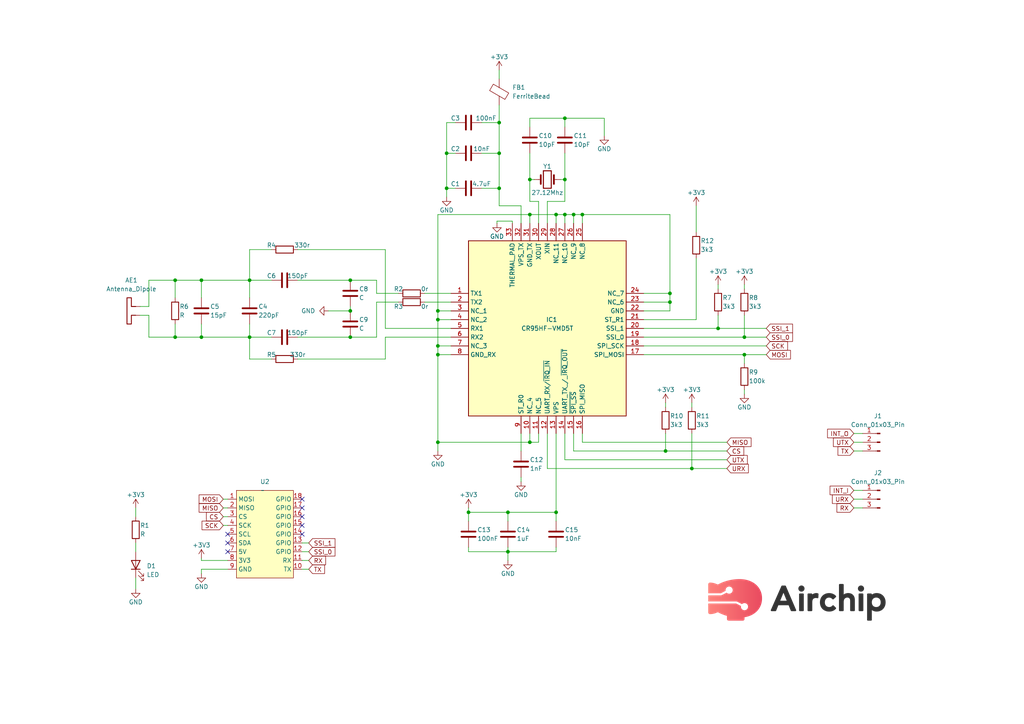
<source format=kicad_sch>
(kicad_sch (version 20231120) (generator "eeschema") (generator_version "8.0")
  (paper "A4")
  (lib_symbols
    (symbol "CR95HF-VMD5T:CR95HF-VMD5T"
      (property "Reference" "IC1" (at 29.21 -16.51 0))
      (property "Value" "CR95HF-VMD5T" (at 27.94 -19.05 0))
      (symbol "CR95HF-VMD5T_1_1"
        (rectangle (start 5.08 5.08) (end 50.8 -45.72) (stroke (width 0.254)) (fill (type background)))
        (pin passive line (at 0 -10.16 0) (length 5.08) (name "TX1") (number "1"))
        (pin passive line (at 22.86 -50.8 90) (length 5.08) (name "NC_4") (number "10"))
        (pin passive line (at 25.4 -50.8 90) (length 5.08) (name "NC_5") (number "11"))
        (pin passive line (at 27.94 -50.8 90) (length 5.08) (name "UART_RX/~{IRQ_IN}") (number "12"))
        (pin passive line (at 30.48 -50.8 90) (length 5.08) (name "VPS") (number "13"))
        (pin passive line (at 33.02 -50.8 90) (length 5.08) (name "UART_TX_/_~{IRQ_OUT}") (number "14"))
        (pin passive line (at 35.56 -50.8 90) (length 5.08) (name "~{SPI_SS}") (number "15"))
        (pin passive line (at 38.1 -50.8 90) (length 5.08) (name "SPI_MISO") (number "16"))
        (pin passive line (at 55.88 -27.94 180) (length 5.08) (name "SPI_MOSI") (number "17"))
        (pin passive line (at 55.88 -25.4 180) (length 5.08) (name "SPI_SCK") (number "18"))
        (pin passive line (at 55.88 -22.86 180) (length 5.08) (name "SSI_0") (number "19"))
        (pin passive line (at 0 -12.7 0) (length 5.08) (name "TX2") (number "2"))
        (pin passive line (at 55.88 -20.32 180) (length 5.08) (name "SSI_1") (number "20"))
        (pin passive line (at 55.88 -17.78 180) (length 5.08) (name "ST_R1") (number "21"))
        (pin passive line (at 55.88 -15.24 180) (length 5.08) (name "GND") (number "22"))
        (pin passive line (at 55.88 -12.7 180) (length 5.08) (name "NC_6") (number "23"))
        (pin passive line (at 55.88 -10.16 180) (length 5.08) (name "NC_7") (number "24"))
        (pin passive line (at 38.1 10.16 270) (length 5.08) (name "NC_8") (number "25"))
        (pin passive line (at 35.56 10.16 270) (length 5.08) (name "NC_9") (number "26"))
        (pin passive line (at 33.02 10.16 270) (length 5.08) (name "NC_10") (number "27"))
        (pin passive line (at 30.48 10.16 270) (length 5.08) (name "NC_11") (number "28"))
        (pin passive line (at 27.94 10.16 270) (length 5.08) (name "XIN") (number "29"))
        (pin passive line (at 0 -15.24 0) (length 5.08) (name "NC_1") (number "3"))
        (pin passive line (at 25.4 10.16 270) (length 5.08) (name "XOUT") (number "30"))
        (pin passive line (at 22.86 10.16 270) (length 5.08) (name "GND_TX") (number "31"))
        (pin passive line (at 20.32 10.16 270) (length 5.08) (name "VPS_TX") (number "32"))
        (pin passive line (at 17.78 10.16 270) (length 5.08) (name "THERMAL_PAD") (number "33"))
        (pin passive line (at 0 -17.78 0) (length 5.08) (name "NC_2") (number "4"))
        (pin passive line (at 0 -20.32 0) (length 5.08) (name "RX1") (number "5"))
        (pin passive line (at 0 -22.86 0) (length 5.08) (name "RX2") (number "6"))
        (pin passive line (at 0 -25.4 0) (length 5.08) (name "NC_3") (number "7"))
        (pin passive line (at 0 -27.94 0) (length 5.08) (name "GND_RX") (number "8"))
        (pin passive line (at 20.32 -50.8 90) (length 5.08) (name "ST_R0") (number "9"))
      )
    )
    (symbol "Connector:Conn_01x03_Pin" (pin_names (offset 1.016) hide)
      (property "Reference" "J" (at 0 5.08 0))
      (property "Value" "Conn_01x03_Pin" (at 0 -5.08 0))
      (symbol "Conn_01x03_Pin_1_1"
        (polyline (pts (xy 1.27 -2.54) (xy 0.8636 -2.54)) (stroke (width 0.1524)))
        (polyline (pts (xy 1.27 0) (xy 0.8636 0)) (stroke (width 0.1524)))
        (polyline (pts (xy 1.27 2.54) (xy 0.8636 2.54)) (stroke (width 0.1524)))
        (rectangle (start 0.8636 -2.413) (end 0 -2.667) (stroke (width 0.1524)) (fill (type outline)))
        (rectangle (start 0.8636 0.127) (end 0 -0.127) (stroke (width 0.1524)) (fill (type outline)))
        (rectangle (start 0.8636 2.667) (end 0 2.413) (stroke (width 0.1524)) (fill (type outline)))
        (pin passive line (at 5.08 2.54 180) (length 3.81) (name "Pin_1") (number "1"))
        (pin passive line (at 5.08 0 180) (length 3.81) (name "Pin_2") (number "2"))
        (pin passive line (at 5.08 -2.54 180) (length 3.81) (name "Pin_3") (number "3"))
      )
    )
    (symbol "Device:Antenna_Dipole" (pin_numbers hide) (pin_names (offset 1.016) hide)
      (property "Reference" "AE" (at 1.27 1.27 0))
      (property "Value" "Antenna_Dipole" (at 1.27 0 0))
      (symbol "Antenna_Dipole_0_1"
        (polyline (pts (xy 2.54 -3.81) (xy 2.54 -2.54) (xy 5.08 -2.54) (xy 5.08 -1.27) (xy -2.54 -1.27) (xy -2.54 -2.54) (xy 0 -2.54) (xy 0 -3.81)) (stroke (width 0.254)))
      )
      (symbol "Antenna_Dipole_1_1"
        (pin input line (at 0 -5.08 90) (length 2.54) (name "~") (number "1"))
        (pin input line (at 2.54 -5.08 90) (length 2.54) (name "~") (number "2"))
      )
    )
    (symbol "Device:C" (pin_numbers hide) (pin_names (offset 0.254))
      (property "Reference" "C" (at 0.635 2.54 0))
      (property "Value" "C" (at 0.635 -2.54 0))
      (symbol "C_0_1"
        (polyline (pts (xy -2.032 -0.762) (xy 2.032 -0.762)) (stroke (width 0.508)))
        (polyline (pts (xy -2.032 0.762) (xy 2.032 0.762)) (stroke (width 0.508)))
      )
      (symbol "C_1_1"
        (pin passive line (at 0 3.81 270) (length 2.794) (name "~") (number "1"))
        (pin passive line (at 0 -3.81 90) (length 2.794) (name "~") (number "2"))
      )
    )
    (symbol "Device:Crystal" (pin_numbers hide) (pin_names (offset 1.016) hide)
      (property "Reference" "Y" (at 0 3.81 0))
      (property "Value" "Crystal" (at 0 -3.81 0))
      (symbol "Crystal_0_1"
        (rectangle (start -1.143 2.54) (end 1.143 -2.54) (stroke (width 0.3048)))
        (polyline (pts (xy -2.54 0) (xy -1.905 0)))
        (polyline (pts (xy -1.905 -1.27) (xy -1.905 1.27)) (stroke (width 0.508)))
        (polyline (pts (xy 1.905 -1.27) (xy 1.905 1.27)) (stroke (width 0.508)))
        (polyline (pts (xy 2.54 0) (xy 1.905 0)))
      )
      (symbol "Crystal_1_1"
        (pin passive line (at -3.81 0 0) (length 1.27) (name "1") (number "1"))
        (pin passive line (at 3.81 0 180) (length 1.27) (name "2") (number "2"))
      )
    )
    (symbol "Device:FerriteBead" (pin_numbers hide) (pin_names (offset 0))
      (property "Reference" "FB" (at -3.81 0.635 90))
      (property "Value" "FerriteBead" (at 3.81 0 90))
      (symbol "FerriteBead_0_1"
        (polyline (pts (xy 0 -1.27) (xy 0 -1.2192)))
        (polyline (pts (xy 0 1.27) (xy 0 1.2954)))
        (polyline (pts (xy -2.7686 0.4064) (xy -1.7018 2.2606) (xy 2.7686 -0.3048) (xy 1.6764 -2.159) (xy -2.7686 0.4064)))
      )
      (symbol "FerriteBead_1_1"
        (pin passive line (at 0 3.81 270) (length 2.54) (name "~") (number "1"))
        (pin passive line (at 0 -3.81 90) (length 2.54) (name "~") (number "2"))
      )
    )
    (symbol "Device:LED" (pin_numbers hide) (pin_names (offset 1.016) hide)
      (property "Reference" "D" (at 0 2.54 0))
      (property "Value" "LED" (at 0 -2.54 0))
      (symbol "LED_0_1"
        (polyline (pts (xy -1.27 -1.27) (xy -1.27 1.27)) (stroke (width 0.254)))
        (polyline (pts (xy -1.27 0) (xy 1.27 0)))
        (polyline (pts (xy 1.27 -1.27) (xy 1.27 1.27) (xy -1.27 0) (xy 1.27 -1.27)) (stroke (width 0.254)))
        (polyline (pts (xy -3.048 -0.762) (xy -4.572 -2.286) (xy -3.81 -2.286) (xy -4.572 -2.286) (xy -4.572 -1.524)))
        (polyline (pts (xy -1.778 -0.762) (xy -3.302 -2.286) (xy -2.54 -2.286) (xy -3.302 -2.286) (xy -3.302 -1.524)))
      )
      (symbol "LED_1_1"
        (pin passive line (at -3.81 0 0) (length 2.54) (name "K") (number "1"))
        (pin passive line (at 3.81 0 180) (length 2.54) (name "A") (number "2"))
      )
    )
    (symbol "Device:R" (pin_numbers hide) (pin_names (offset 0))
      (property "Reference" "R" (at 2.032 0 90))
      (property "Value" "R" (at 0 0 90))
      (symbol "R_0_1"
        (rectangle (start -1.016 -2.54) (end 1.016 2.54) (stroke (width 0.254)))
      )
      (symbol "R_1_1"
        (pin passive line (at 0 3.81 270) (length 1.27) (name "~") (number "1"))
        (pin passive line (at 0 -3.81 90) (length 1.27) (name "~") (number "2"))
      )
    )
    (symbol "air_modül:air_module"
      (property "Reference" "U" (at 0 1.27 0))
      (symbol "air_module_1_1"
        (rectangle (start -7.62 0) (end 8.89 -25.4) (fill (type background)))
        (pin input line (at -10.16 -2.54 0) (length 2.54) (name "MOSI") (number "1"))
        (pin input line (at 11.43 -22.86 180) (length 2.54) (name "TX") (number "10"))
        (pin input line (at 11.43 -20.32 180) (length 2.54) (name "RX") (number "11"))
        (pin input line (at 11.43 -17.78 180) (length 2.54) (name "GPIO") (number "12"))
        (pin input line (at 11.43 -15.24 180) (length 2.54) (name "GPIO") (number "13"))
        (pin input line (at 11.43 -12.7 180) (length 2.54) (name "GPIO") (number "14"))
        (pin input line (at 11.43 -10.16 180) (length 2.54) (name "GPIO") (number "15"))
        (pin input line (at 11.43 -7.62 180) (length 2.54) (name "GPIO") (number "16"))
        (pin input line (at 11.43 -5.08 180) (length 2.54) (name "GPIO") (number "17"))
        (pin input line (at 11.43 -2.54 180) (length 2.54) (name "GPIO") (number "18"))
        (pin input line (at -10.16 -5.08 0) (length 2.54) (name "MISO") (number "2"))
        (pin input line (at -10.16 -7.62 0) (length 2.54) (name "CS") (number "3"))
        (pin input line (at -10.16 -10.16 0) (length 2.54) (name "SCK") (number "4"))
        (pin input line (at -10.16 -12.7 0) (length 2.54) (name "SCL") (number "5"))
        (pin input line (at -10.16 -15.24 0) (length 2.54) (name "SDA") (number "6"))
        (pin input line (at -10.16 -17.78 0) (length 2.54) (name "5V") (number "7"))
        (pin input line (at -10.16 -20.32 0) (length 2.54) (name "3V3") (number "8"))
        (pin input line (at -10.16 -22.86 0) (length 2.54) (name "GND") (number "9"))
      )
    )
    (symbol "power:+3V3" (power) (pin_names (offset 0))
      (property "Value" "+3V3" (at 0 3.556 0))
      (symbol "+3V3_0_1"
        (polyline (pts (xy -0.762 1.27) (xy 0 2.54)))
        (polyline (pts (xy 0 0) (xy 0 2.54)))
        (polyline (pts (xy 0 2.54) (xy 0.762 1.27)))
      )
      (symbol "+3V3_1_1"
        (pin power_in line (at 0 0 90) (length 0) hide (name "+3V3") (number "1"))
      )
    )
    (symbol "power:GND" (power) (pin_names (offset 0))
      (property "Value" "GND" (at 0 -3.81 0))
      (symbol "GND_0_1"
        (polyline (pts (xy 0 0) (xy 0 -1.27) (xy 1.27 -1.27) (xy 0 -2.54) (xy -1.27 -1.27) (xy 0 -1.27)))
      )
      (symbol "GND_1_1"
        (pin power_in line (at 0 0 270) (length 0) hide (name "GND") (number "1"))
      )
    )
  )
  (junction (at 127 102.87))
  (junction (at 58.42 81.28))
  (junction (at 129.54 54.61))
  (junction (at 163.83 62.23))
  (junction (at 129.54 44.45))
  (junction (at 58.42 97.79))
  (junction (at 215.9 97.79))
  (junction (at 127 128.27))
  (junction (at 135.89 148.59))
  (junction (at 161.29 62.23))
  (junction (at 161.29 148.59))
  (junction (at 101.6 90.17))
  (junction (at 153.67 52.07))
  (junction (at 50.8 81.28))
  (junction (at 127 90.17))
  (junction (at 200.66 135.89))
  (junction (at 163.83 52.07))
  (junction (at 166.37 62.23))
  (junction (at 208.28 95.25))
  (junction (at 215.9 102.87))
  (junction (at 153.67 62.23))
  (junction (at 144.78 44.45))
  (junction (at 193.04 130.81))
  (junction (at 101.6 81.28))
  (junction (at 194.31 85.09))
  (junction (at 144.78 54.61))
  (junction (at 163.83 34.29))
  (junction (at 194.31 87.63))
  (junction (at 101.6 97.79))
  (junction (at 147.32 148.59))
  (junction (at 72.39 81.28))
  (junction (at 144.78 35.56))
  (junction (at 127 92.71))
  (junction (at 147.32 160.02))
  (junction (at 127 100.33))
  (junction (at 168.91 62.23))
  (junction (at 153.67 128.27))
  (junction (at 50.8 97.79))
  (junction (at 72.39 97.79))
  (no_connect (at 87.63 144.78))
  (no_connect (at 87.63 147.32))
  (no_connect (at 87.63 154.94))
  (no_connect (at 87.63 149.86))
  (no_connect (at 66.04 154.94))
  (no_connect (at 66.04 160.02))
  (no_connect (at 87.63 152.4))
  (no_connect (at 66.04 157.48))
  (wire (pts (xy 168.91 62.23) (xy 194.31 62.23)))
  (wire (pts (xy 43.18 97.79) (xy 50.8 97.79)))
  (wire (pts (xy 127 90.17) (xy 127 92.71)))
  (wire (pts (xy 109.22 97.79) (xy 109.22 87.63)))
  (wire (pts (xy 201.93 92.71) (xy 201.93 74.93)))
  (wire (pts (xy 139.7 35.56) (xy 144.78 35.56)))
  (wire (pts (xy 156.21 58.42) (xy 153.67 58.42)))
  (wire (pts (xy 144.78 30.48) (xy 144.78 35.56)))
  (wire (pts (xy 129.54 44.45) (xy 132.08 44.45)))
  (wire (pts (xy 153.67 44.45) (xy 153.67 52.07)))
  (wire (pts (xy 163.83 62.23) (xy 166.37 62.23)))
  (wire (pts (xy 78.74 81.28) (xy 72.39 81.28)))
  (wire (pts (xy 210.82 135.89) (xy 200.66 135.89)))
  (wire (pts (xy 168.91 125.73) (xy 168.91 128.27)))
  (wire (pts (xy 186.69 90.17) (xy 194.31 90.17)))
  (wire (pts (xy 101.6 88.9) (xy 101.6 90.17)))
  (wire (pts (xy 200.66 135.89) (xy 158.75 135.89)))
  (wire (pts (xy 127 100.33) (xy 130.81 100.33)))
  (wire (pts (xy 127 100.33) (xy 127 102.87)))
  (wire (pts (xy 168.91 128.27) (xy 210.82 128.27)))
  (wire (pts (xy 40.64 88.9) (xy 43.18 88.9)))
  (wire (pts (xy 43.18 81.28) (xy 50.8 81.28)))
  (wire (pts (xy 123.19 87.63) (xy 130.81 87.63)))
  (wire (pts (xy 50.8 93.98) (xy 50.8 97.79)))
  (wire (pts (xy 153.67 34.29) (xy 163.83 34.29)))
  (wire (pts (xy 156.21 125.73) (xy 156.21 128.27)))
  (wire (pts (xy 215.9 102.87) (xy 215.9 105.41)))
  (wire (pts (xy 151.13 59.69) (xy 151.13 64.77)))
  (wire (pts (xy 111.76 104.14) (xy 86.36 104.14)))
  (wire (pts (xy 127 128.27) (xy 127 130.81)))
  (wire (pts (xy 153.67 58.42) (xy 153.67 52.07)))
  (wire (pts (xy 161.29 125.73) (xy 161.29 148.59)))
  (wire (pts (xy 208.28 82.55) (xy 208.28 83.82)))
  (wire (pts (xy 43.18 91.44) (xy 43.18 97.79)))
  (wire (pts (xy 166.37 62.23) (xy 168.91 62.23)))
  (wire (pts (xy 151.13 125.73) (xy 151.13 130.81)))
  (wire (pts (xy 156.21 64.77) (xy 156.21 58.42)))
  (wire (pts (xy 89.535 160.02) (xy 87.63 160.02)))
  (wire (pts (xy 72.39 97.79) (xy 78.74 97.79)))
  (wire (pts (xy 161.29 160.02) (xy 161.29 158.75)))
  (wire (pts (xy 58.42 97.79) (xy 72.39 97.79)))
  (wire (pts (xy 123.19 85.09) (xy 130.81 85.09)))
  (wire (pts (xy 58.42 165.1) (xy 66.04 165.1)))
  (wire (pts (xy 247.65 130.81) (xy 250.19 130.81)))
  (wire (pts (xy 40.64 91.44) (xy 43.18 91.44)))
  (wire (pts (xy 50.8 97.79) (xy 58.42 97.79)))
  (wire (pts (xy 64.77 149.86) (xy 66.04 149.86)))
  (wire (pts (xy 186.69 85.09) (xy 194.31 85.09)))
  (wire (pts (xy 147.32 148.59) (xy 161.29 148.59)))
  (wire (pts (xy 186.69 95.25) (xy 208.28 95.25)))
  (wire (pts (xy 158.75 64.77) (xy 158.75 58.42)))
  (wire (pts (xy 186.69 87.63) (xy 194.31 87.63)))
  (wire (pts (xy 127 62.23) (xy 127 90.17)))
  (wire (pts (xy 127 92.71) (xy 127 100.33)))
  (wire (pts (xy 130.81 97.79) (xy 111.76 97.79)))
  (wire (pts (xy 86.36 97.79) (xy 101.6 97.79)))
  (wire (pts (xy 161.29 148.59) (xy 161.29 151.13)))
  (wire (pts (xy 72.39 72.39) (xy 78.74 72.39)))
  (wire (pts (xy 39.37 147.32) (xy 39.37 149.86)))
  (wire (pts (xy 163.83 133.35) (xy 210.82 133.35)))
  (wire (pts (xy 200.66 116.84) (xy 200.66 118.11)))
  (wire (pts (xy 72.39 104.14) (xy 72.39 97.79)))
  (wire (pts (xy 64.77 152.4) (xy 66.04 152.4)))
  (wire (pts (xy 111.76 95.25) (xy 111.76 72.39)))
  (wire (pts (xy 161.29 62.23) (xy 161.29 64.77)))
  (wire (pts (xy 144.78 59.69) (xy 151.13 59.69)))
  (wire (pts (xy 135.89 160.02) (xy 147.32 160.02)))
  (wire (pts (xy 158.75 58.42) (xy 163.83 58.42)))
  (wire (pts (xy 43.18 88.9) (xy 43.18 81.28)))
  (wire (pts (xy 148.59 64.135) (xy 144.145 64.135)))
  (wire (pts (xy 64.77 147.32) (xy 66.04 147.32)))
  (wire (pts (xy 247.65 142.24) (xy 250.19 142.24)))
  (wire (pts (xy 215.9 82.55) (xy 215.9 83.82)))
  (wire (pts (xy 163.83 34.29) (xy 163.83 36.83)))
  (wire (pts (xy 58.42 166.37) (xy 58.42 165.1)))
  (wire (pts (xy 115.57 85.09) (xy 109.22 85.09)))
  (wire (pts (xy 163.83 62.23) (xy 163.83 64.77)))
  (wire (pts (xy 163.83 44.45) (xy 163.83 52.07)))
  (wire (pts (xy 153.67 128.27) (xy 127 128.27)))
  (wire (pts (xy 153.67 36.83) (xy 153.67 34.29)))
  (wire (pts (xy 147.32 162.56) (xy 147.32 160.02)))
  (wire (pts (xy 208.28 91.44) (xy 208.28 95.25)))
  (wire (pts (xy 72.39 81.28) (xy 72.39 72.39)))
  (wire (pts (xy 201.93 59.69) (xy 201.93 67.31)))
  (wire (pts (xy 161.29 62.23) (xy 163.83 62.23)))
  (wire (pts (xy 109.22 87.63) (xy 115.57 87.63)))
  (wire (pts (xy 215.9 102.87) (xy 222.25 102.87)))
  (wire (pts (xy 193.04 125.73) (xy 193.04 130.81)))
  (wire (pts (xy 129.54 54.61) (xy 129.54 57.15)))
  (wire (pts (xy 153.67 62.23) (xy 161.29 62.23)))
  (wire (pts (xy 194.31 85.09) (xy 194.31 87.63)))
  (wire (pts (xy 147.32 160.02) (xy 161.29 160.02)))
  (wire (pts (xy 129.54 54.61) (xy 132.08 54.61)))
  (wire (pts (xy 127 102.87) (xy 127 128.27)))
  (wire (pts (xy 168.91 62.23) (xy 168.91 64.77)))
  (wire (pts (xy 72.39 81.28) (xy 72.39 86.36)))
  (wire (pts (xy 200.66 125.73) (xy 200.66 135.89)))
  (wire (pts (xy 144.78 54.61) (xy 139.7 54.61)))
  (wire (pts (xy 153.67 52.07) (xy 154.94 52.07)))
  (wire (pts (xy 58.42 93.98) (xy 58.42 97.79)))
  (wire (pts (xy 135.89 158.75) (xy 135.89 160.02)))
  (wire (pts (xy 215.9 91.44) (xy 215.9 97.79)))
  (wire (pts (xy 101.6 97.79) (xy 109.22 97.79)))
  (wire (pts (xy 186.69 97.79) (xy 215.9 97.79)))
  (wire (pts (xy 89.535 162.56) (xy 87.63 162.56)))
  (wire (pts (xy 135.89 147.32) (xy 135.89 148.59)))
  (wire (pts (xy 158.75 135.89) (xy 158.75 125.73)))
  (wire (pts (xy 58.42 162.56) (xy 66.04 162.56)))
  (wire (pts (xy 215.9 97.79) (xy 222.25 97.79)))
  (wire (pts (xy 247.65 125.73) (xy 250.19 125.73)))
  (wire (pts (xy 64.77 144.78) (xy 66.04 144.78)))
  (wire (pts (xy 135.89 148.59) (xy 147.32 148.59)))
  (wire (pts (xy 78.74 104.14) (xy 72.39 104.14)))
  (wire (pts (xy 153.67 62.23) (xy 127 62.23)))
  (wire (pts (xy 163.83 34.29) (xy 175.26 34.29)))
  (wire (pts (xy 193.04 116.84) (xy 193.04 118.11)))
  (wire (pts (xy 166.37 62.23) (xy 166.37 64.77)))
  (wire (pts (xy 50.8 86.36) (xy 50.8 81.28)))
  (wire (pts (xy 208.28 95.25) (xy 222.25 95.25)))
  (wire (pts (xy 163.83 58.42) (xy 163.83 52.07)))
  (wire (pts (xy 166.37 125.73) (xy 166.37 130.81)))
  (wire (pts (xy 130.81 95.25) (xy 111.76 95.25)))
  (wire (pts (xy 58.42 161.925) (xy 58.42 162.56)))
  (wire (pts (xy 148.59 64.77) (xy 148.59 64.135)))
  (wire (pts (xy 147.32 158.75) (xy 147.32 160.02)))
  (wire (pts (xy 194.31 62.23) (xy 194.31 85.09)))
  (wire (pts (xy 58.42 86.36) (xy 58.42 81.28)))
  (wire (pts (xy 50.8 81.28) (xy 58.42 81.28)))
  (wire (pts (xy 111.76 72.39) (xy 86.36 72.39)))
  (wire (pts (xy 89.535 165.1) (xy 87.63 165.1)))
  (wire (pts (xy 166.37 130.81) (xy 193.04 130.81)))
  (wire (pts (xy 135.89 151.13) (xy 135.89 148.59)))
  (wire (pts (xy 175.26 34.29) (xy 175.26 39.37)))
  (wire (pts (xy 129.54 44.45) (xy 129.54 54.61)))
  (wire (pts (xy 163.83 52.07) (xy 162.56 52.07)))
  (wire (pts (xy 101.6 81.28) (xy 109.22 81.28)))
  (wire (pts (xy 109.22 85.09) (xy 109.22 81.28)))
  (wire (pts (xy 139.7 44.45) (xy 144.78 44.45)))
  (wire (pts (xy 127 102.87) (xy 130.81 102.87)))
  (wire (pts (xy 39.37 160.02) (xy 39.37 157.48)))
  (wire (pts (xy 86.36 81.28) (xy 101.6 81.28)))
  (wire (pts (xy 247.65 144.78) (xy 250.19 144.78)))
  (wire (pts (xy 58.42 81.28) (xy 72.39 81.28)))
  (wire (pts (xy 247.65 147.32) (xy 250.19 147.32)))
  (wire (pts (xy 144.78 35.56) (xy 144.78 44.45)))
  (wire (pts (xy 132.08 35.56) (xy 129.54 35.56)))
  (wire (pts (xy 144.78 44.45) (xy 144.78 54.61)))
  (wire (pts (xy 144.78 20.32) (xy 144.78 22.86)))
  (wire (pts (xy 186.69 102.87) (xy 215.9 102.87)))
  (wire (pts (xy 72.39 93.98) (xy 72.39 97.79)))
  (wire (pts (xy 151.13 138.43) (xy 151.13 139.7)))
  (wire (pts (xy 193.04 130.81) (xy 210.82 130.81)))
  (wire (pts (xy 89.535 157.48) (xy 87.63 157.48)))
  (wire (pts (xy 39.37 170.815) (xy 39.37 167.64)))
  (wire (pts (xy 247.65 128.27) (xy 250.19 128.27)))
  (wire (pts (xy 186.69 100.33) (xy 222.25 100.33)))
  (wire (pts (xy 130.81 90.17) (xy 127 90.17)))
  (wire (pts (xy 153.67 64.77) (xy 153.67 62.23)))
  (wire (pts (xy 144.78 59.69) (xy 144.78 54.61)))
  (wire (pts (xy 153.67 125.73) (xy 153.67 128.27)))
  (wire (pts (xy 111.76 97.79) (xy 111.76 104.14)))
  (wire (pts (xy 186.69 92.71) (xy 201.93 92.71)))
  (wire (pts (xy 129.54 35.56) (xy 129.54 44.45)))
  (wire (pts (xy 147.32 148.59) (xy 147.32 151.13)))
  (wire (pts (xy 194.31 87.63) (xy 194.31 90.17)))
  (wire (pts (xy 144.145 64.135) (xy 144.145 64.77)))
  (wire (pts (xy 156.21 128.27) (xy 153.67 128.27)))
  (wire (pts (xy 163.83 125.73) (xy 163.83 133.35)))
  (wire (pts (xy 95.25 90.17) (xy 101.6 90.17)))
  (wire (pts (xy 127 92.71) (xy 130.81 92.71)))
  (wire (pts (xy 215.9 113.03) (xy 215.9 114.3)))
  (image (at 231.14 173.99) (scale 0.303838))
  (global_label "SSI_0" (shape input) (at 89.535 160.02 0) (property "Intersheetrefs" "${INTERSHEET_REFS}" (effects (hide yes))))
  (global_label "RX" (shape input) (at 247.65 147.32 180) (property "Intersheetrefs" "${INTERSHEET_REFS}" (effects (hide yes))))
  (global_label "MISO" (shape input) (at 210.82 128.27 0) (property "Intersheetrefs" "${INTERSHEET_REFS}" (effects (hide yes))))
  (global_label "TX" (shape input) (at 247.65 130.81 180) (property "Intersheetrefs" "${INTERSHEET_REFS}" (effects (hide yes))))
  (global_label "CS" (shape input) (at 210.82 130.81 0) (property "Intersheetrefs" "${INTERSHEET_REFS}" (effects (hide yes))))
  (global_label "UTX" (shape input) (at 210.82 133.35 0) (property "Intersheetrefs" "${INTERSHEET_REFS}" (effects (hide yes))))
  (global_label "SSI_1" (shape input) (at 89.535 157.48 0) (property "Intersheetrefs" "${INTERSHEET_REFS}" (effects (hide yes))))
  (global_label "SCK" (shape input) (at 64.77 152.4 180) (property "Intersheetrefs" "${INTERSHEET_REFS}" (effects (hide yes))))
  (global_label "RX" (shape input) (at 89.535 162.56 0) (property "Intersheetrefs" "${INTERSHEET_REFS}" (effects (hide yes))))
  (global_label "INT_O" (shape input) (at 247.65 125.73 180) (property "Intersheetrefs" "${INTERSHEET_REFS}" (effects (hide yes))))
  (global_label "MOSI" (shape input) (at 222.25 102.87 0) (property "Intersheetrefs" "${INTERSHEET_REFS}" (effects (hide yes))))
  (global_label "URX" (shape input) (at 210.82 135.89 0) (property "Intersheetrefs" "${INTERSHEET_REFS}" (effects (hide yes))))
  (global_label "CS" (shape input) (at 64.77 149.86 180) (property "Intersheetrefs" "${INTERSHEET_REFS}" (effects (hide yes))))
  (global_label "MISO" (shape input) (at 64.77 147.32 180) (property "Intersheetrefs" "${INTERSHEET_REFS}" (effects (hide yes))))
  (global_label "URX" (shape input) (at 247.65 144.78 180) (property "Intersheetrefs" "${INTERSHEET_REFS}" (effects (hide yes))))
  (global_label "INT_I" (shape input) (at 247.65 142.24 180) (property "Intersheetrefs" "${INTERSHEET_REFS}" (effects (hide yes))))
  (global_label "TX" (shape input) (at 89.535 165.1 0) (property "Intersheetrefs" "${INTERSHEET_REFS}" (effects (hide yes))))
  (global_label "SSI_1" (shape input) (at 222.25 95.25 0) (property "Intersheetrefs" "${INTERSHEET_REFS}" (effects (hide yes))))
  (global_label "MOSI" (shape input) (at 64.77 144.78 180) (property "Intersheetrefs" "${INTERSHEET_REFS}" (effects (hide yes))))
  (global_label "SSI_0" (shape input) (at 222.25 97.79 0) (property "Intersheetrefs" "${INTERSHEET_REFS}" (effects (hide yes))))
  (global_label "UTX" (shape input) (at 247.65 128.27 180) (property "Intersheetrefs" "${INTERSHEET_REFS}" (effects (hide yes))))
  (global_label "SCK" (shape input) (at 222.25 100.33 0) (property "Intersheetrefs" "${INTERSHEET_REFS}" (effects (hide yes))))
  (symbol (lib_id "power:+3V3") (at 193.04 116.84 0) (unit 1)
    (property "Reference" "#PWR05" (effects (hide yes)))
    (property "Value" "+3V3" (at 193.04 113.03 0))
  )
  (symbol (lib_id "power:+3V3") (at 135.89 147.32 0) (unit 1)
    (property "Reference" "#PWR010" (effects (hide yes)))
    (property "Value" "+3V3" (at 135.89 143.51 0))
  )
  (symbol (lib_id "Device:R") (at 193.04 121.92 0) (unit 1)
    (property "Reference" "R10" (at 194.31 120.65 0) (effects (justify left)))
    (property "Value" "3k3" (at 194.31 123.19 0) (effects (justify left)))
    (property "Footprint" "Resistor_SMD:R_0603_1608Metric" (effects (hide yes)))
  )
  (symbol (lib_id "power:+3V3") (at 200.66 116.84 0) (unit 1)
    (property "Reference" "#PWR014" (effects (hide yes)))
    (property "Value" "+3V3" (at 200.66 113.03 0))
  )
  (symbol (lib_id "power:+3V3") (at 215.9 82.55 0) (unit 1)
    (property "Reference" "#PWR012" (effects (hide yes)))
    (property "Value" "+3V3" (at 215.9 78.74 0))
  )
  (symbol (lib_id "Device:C") (at 153.67 40.64 0) (unit 1)
    (property "Reference" "C10" (at 156.21 39.37 0) (effects (justify left)))
    (property "Value" "10pF" (at 156.21 41.91 0) (effects (justify left)))
    (property "Footprint" "Capacitor_SMD:C_0603_1608Metric" (effects (hide yes)))
  )
  (symbol (lib_id "Device:C") (at 82.55 81.28 90) (unit 1)
    (property "Reference" "C6" (at 78.74 80.01 90))
    (property "Value" "150pF" (at 86.36 80.01 90))
    (property "Footprint" "Capacitor_SMD:C_0603_1608Metric" (effects (hide yes)))
  )
  (symbol (lib_id "power:+3V3") (at 144.78 20.32 0) (unit 1)
    (property "Reference" "#PWR04" (effects (hide yes)))
    (property "Value" "+3V3" (at 144.78 16.51 0))
  )
  (symbol (lib_id "Device:C") (at 161.29 154.94 0) (unit 1)
    (property "Reference" "C15" (at 163.83 153.67 0) (effects (justify left)))
    (property "Value" "10nF" (at 163.83 156.21 0) (effects (justify left)))
    (property "Footprint" "Capacitor_SMD:C_0603_1608Metric" (effects (hide yes)))
  )
  (symbol (lib_id "power:GND") (at 151.13 139.7 0) (unit 1)
    (property "Reference" "#PWR08" (effects (hide yes)))
    (property "Value" "GND" (at 151.13 143.51 0))
  )
  (symbol (lib_id "power:GND") (at 147.32 162.56 0) (unit 1)
    (property "Reference" "#PWR09" (effects (hide yes)))
    (property "Value" "GND" (at 147.32 166.37 0))
  )
  (symbol (lib_id "Device:Crystal") (at 158.75 52.07 0) (unit 1)
    (property "Reference" "Y1" (at 158.75 48.26 0))
    (property "Value" "27.12Mhz" (at 158.75 55.88 0))
    (property "Footprint" "Crystal:Crystal_SMD_5032-2Pin_5.0x3.2mm" (effects (hide yes)))
  )
  (symbol (lib_id "Device:R") (at 39.37 153.67 0) (unit 1)
    (property "Reference" "R1" (at 40.64 152.4 0) (effects (justify left)))
    (property "Value" "R" (at 40.64 154.94 0) (effects (justify left)))
    (property "Footprint" "Resistor_SMD:R_0603_1608Metric" (effects (hide yes)))
  )
  (symbol (lib_id "Device:R") (at 82.55 104.14 90) (unit 1)
    (property "Reference" "R5" (at 78.74 102.87 90))
    (property "Value" "330r" (at 86.36 102.87 90))
    (property "Footprint" "Resistor_SMD:R_0603_1608Metric" (effects (hide yes)))
  )
  (symbol (lib_id "power:GND") (at 95.25 90.17 270) (unit 1)
    (property "Reference" "#PWR01" (effects (hide yes)))
    (property "Value" "GND" (at 91.44 90.17 90) (effects (justify right)))
  )
  (symbol (lib_id "power:+3V3") (at 201.93 59.69 0) (unit 1)
    (property "Reference" "#PWR07" (effects (hide yes)))
    (property "Value" "+3V3" (at 201.93 55.88 0))
  )
  (symbol (lib_id "power:GND") (at 58.42 166.37 0) (unit 1)
    (property "Reference" "#PWR016" (effects (hide yes)))
    (property "Value" "GND" (at 58.42 170.18 0))
  )
  (symbol (lib_id "Connector:Conn_01x03_Pin") (at 255.27 144.78 0) (mirror y) (unit 1)
    (property "Reference" "J2" (at 254.635 137.16 0))
    (property "Value" "Conn_01x03_Pin" (at 254.635 139.7 0))
    (property "Footprint" "Jumper:SolderJumper-3_P1.3mm_Open_Pad1.0x1.5mm" (effects (hide yes)))
  )
  (symbol (lib_id "Connector:Conn_01x03_Pin") (at 255.27 128.27 0) (mirror y) (unit 1)
    (property "Reference" "J1" (at 254.635 120.65 0))
    (property "Value" "Conn_01x03_Pin" (at 254.635 123.19 0))
    (property "Footprint" "Jumper:SolderJumper-3_P1.3mm_Open_Pad1.0x1.5mm" (effects (hide yes)))
  )
  (symbol (lib_id "Device:C") (at 163.83 40.64 0) (unit 1)
    (property "Reference" "C11" (at 166.37 39.37 0) (effects (justify left)))
    (property "Value" "10pF" (at 166.37 41.91 0) (effects (justify left)))
    (property "Footprint" "Capacitor_SMD:C_0603_1608Metric" (effects (hide yes)))
  )
  (symbol (lib_id "Device:R") (at 208.28 87.63 0) (unit 1)
    (property "Reference" "R7" (at 209.55 86.36 0) (effects (justify left)))
    (property "Value" "3k3" (at 209.55 88.9 0) (effects (justify left)))
    (property "Footprint" "Resistor_SMD:R_0603_1608Metric" (effects (hide yes)))
  )
  (symbol (lib_id "Device:C") (at 58.42 90.17 0) (unit 1)
    (property "Reference" "C5" (at 60.96 88.9 0) (effects (justify left)))
    (property "Value" "15pF" (at 60.96 91.44 0) (effects (justify left)))
    (property "Footprint" "Capacitor_SMD:C_0603_1608Metric" (effects (hide yes)))
  )
  (symbol (lib_id "air_modül:air_module") (at 76.2 142.24 0) (unit 1)
    (property "Reference" "U2" (at 76.835 139.7 0))
    (property "Value" "~" (at 76.2 142.24 0))
    (property "Footprint" "air_module:air__module" (effects (hide yes)))
  )
  (symbol (lib_id "Device:R") (at 82.55 72.39 90) (unit 1)
    (property "Reference" "R4" (at 78.74 71.12 90))
    (property "Value" "330r" (at 87.63 71.12 90))
    (property "Footprint" "Resistor_SMD:R_0603_1608Metric" (effects (hide yes)))
  )
  (symbol (lib_id "power:+3V3") (at 58.42 161.925 0) (unit 1)
    (property "Reference" "#PWR015" (effects (hide yes)))
    (property "Value" "+3V3" (at 58.42 158.115 0))
  )
  (symbol (lib_id "Device:R") (at 201.93 71.12 0) (unit 1)
    (property "Reference" "R12" (at 203.2 69.85 0) (effects (justify left)))
    (property "Value" "3k3" (at 203.2 72.39 0) (effects (justify left)))
    (property "Footprint" "Resistor_SMD:R_0603_1608Metric" (effects (hide yes)))
  )
  (symbol (lib_id "Device:C") (at 82.55 97.79 90) (unit 1)
    (property "Reference" "C7" (at 78.74 96.52 90))
    (property "Value" "150pF" (at 86.36 96.52 90))
    (property "Footprint" "Capacitor_SMD:C_0603_1608Metric" (effects (hide yes)))
  )
  (symbol (lib_id "Device:R") (at 215.9 87.63 0) (unit 1)
    (property "Reference" "R8" (at 217.17 86.36 0) (effects (justify left)))
    (property "Value" "3k3" (at 217.17 88.9 0) (effects (justify left)))
    (property "Footprint" "Resistor_SMD:R_0603_1608Metric" (effects (hide yes)))
  )
  (symbol (lib_id "power:GND") (at 127 130.81 0) (unit 1)
    (property "Reference" "#PWR02" (effects (hide yes)))
    (property "Value" "GND" (at 127 134.62 0))
  )
  (symbol (lib_id "Device:R") (at 200.66 121.92 0) (unit 1)
    (property "Reference" "R11" (at 201.93 120.65 0) (effects (justify left)))
    (property "Value" "3k3" (at 201.93 123.19 0) (effects (justify left)))
    (property "Footprint" "Resistor_SMD:R_0603_1608Metric" (effects (hide yes)))
  )
  (symbol (lib_id "Device:C") (at 147.32 154.94 0) (unit 1)
    (property "Reference" "C14" (at 149.86 153.67 0) (effects (justify left)))
    (property "Value" "1uF" (at 149.86 156.21 0) (effects (justify left)))
    (property "Footprint" "Capacitor_SMD:C_0603_1608Metric" (effects (hide yes)))
  )
  (symbol (lib_id "Device:Antenna_Dipole") (at 35.56 91.44 90) (unit 1)
    (property "Reference" "AE1" (at 38.1 81.28 90))
    (property "Value" "Antenna_Dipole" (at 38.1 83.82 90))
  )
  (symbol (lib_id "power:GND") (at 175.26 39.37 0) (unit 1)
    (property "Reference" "#PWR06" (effects (hide yes)))
    (property "Value" "GND" (at 175.26 43.18 0))
  )
  (symbol (lib_id "Device:C") (at 101.6 85.09 0) (unit 1)
    (property "Reference" "C8" (at 104.14 83.82 0) (effects (justify left)))
    (property "Value" "C" (at 104.14 86.36 0) (effects (justify left)))
    (property "Footprint" "Capacitor_SMD:C_0603_1608Metric" (effects (hide yes)))
  )
  (symbol (lib_id "power:GND") (at 39.37 170.815 0) (unit 1)
    (property "Reference" "#PWR018" (effects (hide yes)))
    (property "Value" "GND" (at 39.37 174.625 0))
  )
  (symbol (lib_id "Device:C") (at 135.89 35.56 90) (unit 1)
    (property "Reference" "C3" (at 132.08 34.29 90))
    (property "Value" "100nF" (at 140.97 34.29 90))
    (property "Footprint" "Capacitor_SMD:C_0603_1608Metric" (effects (hide yes)))
  )
  (symbol (lib_id "Device:C") (at 72.39 90.17 0) (unit 1)
    (property "Reference" "C4" (at 74.93 88.9 0) (effects (justify left)))
    (property "Value" "220pF" (at 74.93 91.44 0) (effects (justify left)))
    (property "Footprint" "Capacitor_SMD:C_0603_1608Metric" (effects (hide yes)))
  )
  (symbol (lib_id "Device:C") (at 135.89 154.94 0) (unit 1)
    (property "Reference" "C13" (at 138.43 153.67 0) (effects (justify left)))
    (property "Value" "100nF" (at 138.43 156.21 0) (effects (justify left)))
    (property "Footprint" "Capacitor_SMD:C_0603_1608Metric" (effects (hide yes)))
  )
  (symbol (lib_id "power:GND") (at 144.145 64.77 0) (unit 1)
    (property "Reference" "#PWR019" (effects (hide yes)))
    (property "Value" "GND" (at 144.145 68.58 0))
  )
  (symbol (lib_id "Device:R") (at 119.38 87.63 90) (unit 1)
    (property "Reference" "R3" (at 115.57 88.9 90))
    (property "Value" "0r" (at 123.19 88.9 90))
    (property "Footprint" "Resistor_SMD:R_0603_1608Metric" (effects (hide yes)))
  )
  (symbol (lib_id "power:GND") (at 215.9 114.3 0) (unit 1)
    (property "Reference" "#PWR013" (effects (hide yes)))
    (property "Value" "GND" (at 215.9 118.11 0))
  )
  (symbol (lib_id "Device:C") (at 135.89 44.45 90) (unit 1)
    (property "Reference" "C2" (at 132.08 43.18 90))
    (property "Value" "10nF" (at 139.7 43.18 90))
    (property "Footprint" "Capacitor_SMD:C_0603_1608Metric" (effects (hide yes)))
  )
  (symbol (lib_id "Device:R") (at 215.9 109.22 0) (unit 1)
    (property "Reference" "R9" (at 217.17 107.95 0) (effects (justify left)))
    (property "Value" "100k" (at 217.17 110.49 0) (effects (justify left)))
    (property "Footprint" "Resistor_SMD:R_0603_1608Metric" (effects (hide yes)))
  )
  (symbol (lib_id "power:GND") (at 129.54 57.15 0) (unit 1)
    (property "Reference" "#PWR03" (effects (hide yes)))
    (property "Value" "GND" (at 129.54 60.96 0))
  )
  (symbol (lib_id "Device:C") (at 135.89 54.61 90) (unit 1)
    (property "Reference" "C1" (at 132.08 53.34 90))
    (property "Value" "4.7uF" (at 139.7 53.34 90))
    (property "Footprint" "Capacitor_SMD:C_0603_1608Metric" (effects (hide yes)))
  )
  (symbol (lib_id "Device:C") (at 101.6 93.98 0) (unit 1)
    (property "Reference" "C9" (at 104.14 92.71 0) (effects (justify left)))
    (property "Value" "C" (at 104.14 95.25 0) (effects (justify left)))
    (property "Footprint" "Capacitor_SMD:C_0603_1608Metric" (effects (hide yes)))
  )
  (symbol (lib_id "Device:LED") (at 39.37 163.83 90) (unit 1)
    (property "Reference" "D1" (at 42.545 164.1475 90) (effects (justify right)))
    (property "Value" "LED" (at 42.545 166.6875 90) (effects (justify right)))
    (property "Footprint" "LED_SMD:LED_0603_1608Metric" (effects (hide yes)))
  )
  (symbol (lib_id "Device:R") (at 119.38 85.09 90) (unit 1)
    (property "Reference" "R2" (at 115.57 83.82 90))
    (property "Value" "0r" (at 123.19 83.82 90))
    (property "Footprint" "Resistor_SMD:R_0603_1608Metric" (effects (hide yes)))
  )
  (symbol (lib_id "Device:R") (at 50.8 90.17 0) (unit 1)
    (property "Reference" "R6" (at 52.07 88.9 0) (effects (justify left)))
    (property "Value" "R" (at 52.07 91.44 0) (effects (justify left)))
    (property "Footprint" "Resistor_SMD:R_0603_1608Metric" (effects (hide yes)))
  )
  (symbol (lib_id "Device:C") (at 151.13 134.62 0) (unit 1)
    (property "Reference" "C12" (at 153.67 133.35 0) (effects (justify left)))
    (property "Value" "1nF" (at 153.67 135.89 0) (effects (justify left)))
    (property "Footprint" "Capacitor_SMD:C_0603_1608Metric" (effects (hide yes)))
  )
  (symbol (lib_id "power:+3V3") (at 208.28 82.55 0) (unit 1)
    (property "Reference" "#PWR011" (effects (hide yes)))
    (property "Value" "+3V3" (at 208.28 78.74 0))
  )
  (symbol (lib_id "power:+3V3") (at 39.37 147.32 0) (unit 1)
    (property "Reference" "#PWR017" (effects (hide yes)))
    (property "Value" "+3V3" (at 39.37 143.51 0))
  )
  (symbol (lib_id "CR95HF-VMD5T:CR95HF-VMD5T") (at 130.81 74.93 0) (unit 1)
    (property "Reference" "IC1" (at 160.02 92.71 0))
    (property "Value" "CR95HF-VMD5T" (at 158.75 95.25 0))
    (property "Footprint" "CR95HF:QFN50P500X500X100-33N-D" (effects (hide yes)))
    (property "Datasheet" "http://www.st.com/content/ccc/resource/technical/document/datasheet/d2/cc/cb/f6/7c/63/48/75/DM00025644.pdf/files/DM00025644.pdf/jcr:content/translations/en.DM00025644.pdf" (effects (hide yes)))
    (property "Height" "1" (effects (hide yes)))
    (property "Mouser Part Number" "511-CR95HF-VMD5T" (effects (hide yes)))
    (property "Mouser Price/Stock" "https://www.mouser.co.uk/ProductDetail/STMicroelectronics/CR95HF-VMD5T?qs=LYO3r17CQdPmkLQWrTSKtA%3D%3D" (effects (hide yes)))
    (property "Manufacturer_Name" "STMicroelectronics" (effects (hide yes)))
    (property "Manufacturer_Part_Number" "CR95HF-VMD5T" (effects (hide yes)))
  )
  (symbol (lib_id "Device:FerriteBead") (at 144.78 26.67 0) (unit 1)
    (property "Reference" "FB1" (at 148.59 25.3492 0) (effects (justify left)))
    (property "Value" "FerriteBead" (at 148.59 27.94 0) (effects (justify left)))
    (property "Footprint" "Inductor_SMD:L_0603_1608Metric" (effects (hide yes)))
  )
)
</source>
